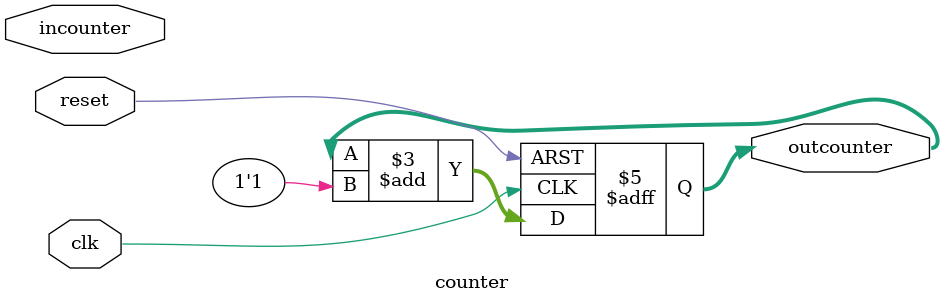
<source format=sv>
module counter #()(
  input logic reset,
  input logic [7:0] incounter,
  input logic clk,
  output logic [7:0] outcounter
    );
  initial
  outcounter = 8'b0;

    always @(posedge clk or negedge reset) begin
    if (~reset) 
        outcounter <= 8'b0; 
    else 
        outcounter <=  outcounter + 1'b1;
end
endmodule
</source>
